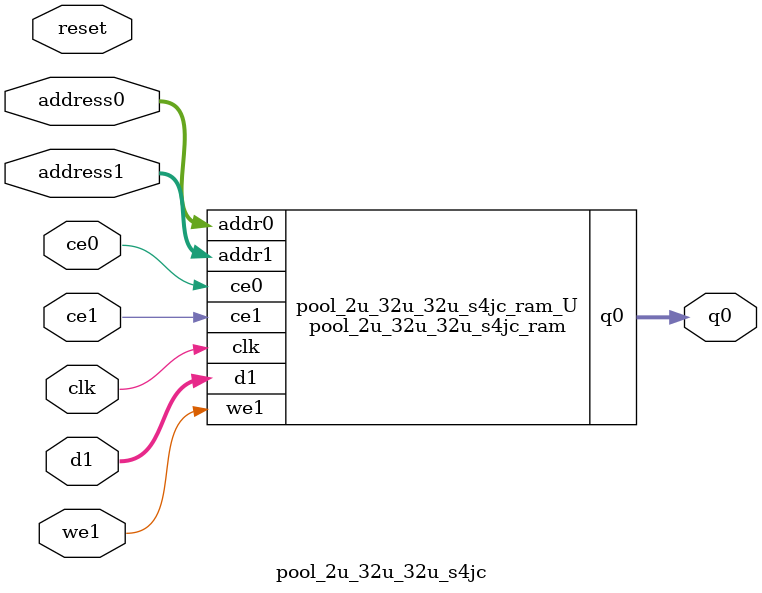
<source format=v>
`timescale 1 ns / 1 ps
module pool_2u_32u_32u_s4jc_ram (addr0, ce0, q0, addr1, ce1, d1, we1,  clk);

parameter DWIDTH = 32;
parameter AWIDTH = 9;
parameter MEM_SIZE = 512;

input[AWIDTH-1:0] addr0;
input ce0;
output reg[DWIDTH-1:0] q0;
input[AWIDTH-1:0] addr1;
input ce1;
input[DWIDTH-1:0] d1;
input we1;
input clk;

(* ram_style = "distributed" *)reg [DWIDTH-1:0] ram[0:MEM_SIZE-1];




always @(posedge clk)  
begin 
    if (ce0) 
    begin
        q0 <= ram[addr0];
    end
end


always @(posedge clk)  
begin 
    if (ce1) 
    begin
        if (we1) 
        begin 
            ram[addr1] <= d1; 
        end 
    end
end


endmodule

`timescale 1 ns / 1 ps
module pool_2u_32u_32u_s4jc(
    reset,
    clk,
    address0,
    ce0,
    q0,
    address1,
    ce1,
    we1,
    d1);

parameter DataWidth = 32'd32;
parameter AddressRange = 32'd512;
parameter AddressWidth = 32'd9;
input reset;
input clk;
input[AddressWidth - 1:0] address0;
input ce0;
output[DataWidth - 1:0] q0;
input[AddressWidth - 1:0] address1;
input ce1;
input we1;
input[DataWidth - 1:0] d1;



pool_2u_32u_32u_s4jc_ram pool_2u_32u_32u_s4jc_ram_U(
    .clk( clk ),
    .addr0( address0 ),
    .ce0( ce0 ),
    .q0( q0 ),
    .addr1( address1 ),
    .ce1( ce1 ),
    .we1( we1 ),
    .d1( d1 ));

endmodule


</source>
